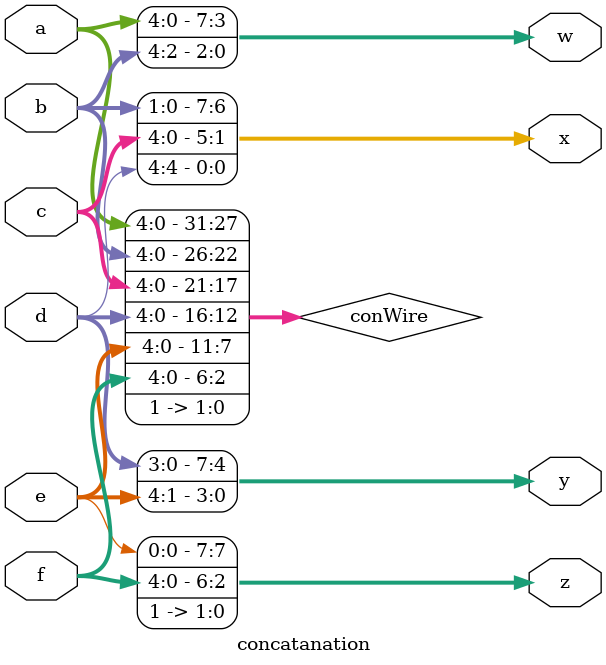
<source format=v>

module concatanation (
    input [4:0] a, b, c, d, e, f,
    output [7:0] w, x, y, z );
	
    wire [31:0]conWire;
    assign conWire = {a[4:0], b[4:0], c[4:0], d[4:0], e[4:0], f[4:0], 2'b11};
    assign w = conWire[31:24];
    assign x = conWire[23:16];
    assign y = conWire[15:8];
    assign z = conWire[7:0];

endmodule

</source>
